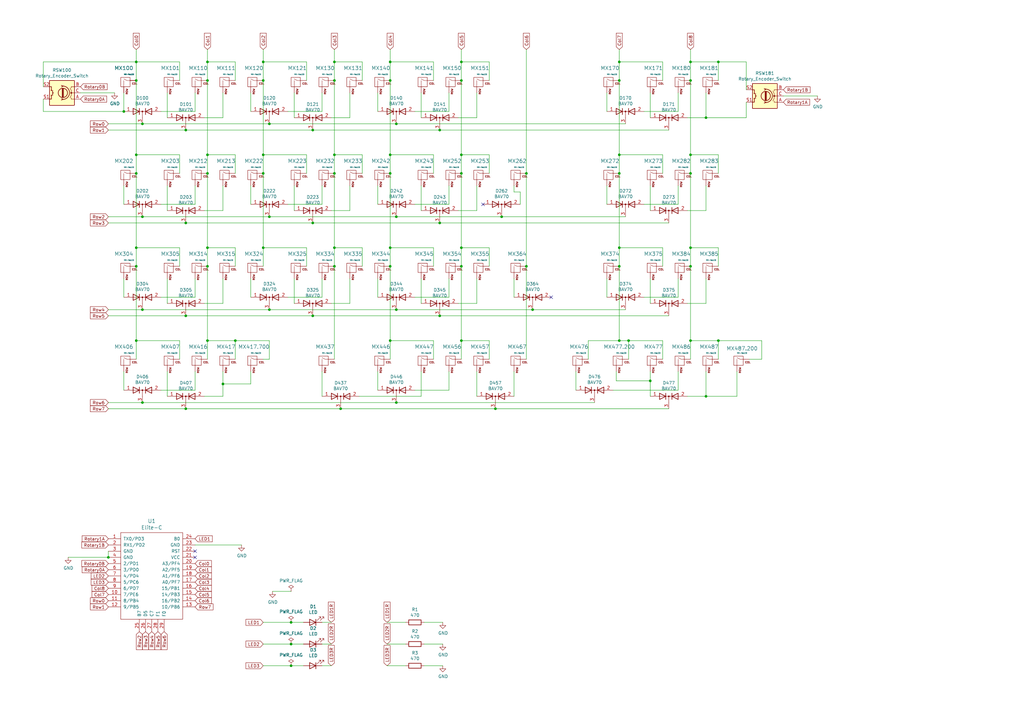
<source format=kicad_sch>
(kicad_sch (version 20230121) (generator eeschema)
  (paper "A3")
  (junction (at 254 25.4))
  (junction (at 110.49 88.9))
  (junction (at 107.95 101.6))
  (junction (at 55.88 63.5))
  (junction (at 119.38 273.05))
  (junction (at 110.49 127))
  (junction (at 283.21 139.7))
  (junction (at 294.64 25.4))
  (junction (at 85.09 63.5))
  (junction (at 160.02 71.12))
  (junction (at 85.09 109.22))
  (junction (at 189.23 71.12))
  (junction (at 137.16 109.22))
  (junction (at 91.44 157.48))
  (junction (at 203.2 167.64))
  (junction (at 189.23 33.02))
  (junction (at 162.56 50.8))
  (junction (at 107.95 63.5))
  (junction (at 119.38 264.16))
  (junction (at 160.02 139.7))
  (junction (at 257.81 139.7))
  (junction (at 85.09 33.02))
  (junction (at 218.44 127))
  (junction (at 180.34 91.44))
  (junction (at 107.95 71.12))
  (junction (at 58.42 50.8))
  (junction (at 119.38 255.27))
  (junction (at 254 139.7))
  (junction (at 215.9 71.12))
  (junction (at 283.21 71.12))
  (junction (at 85.09 25.4))
  (junction (at 160.02 63.5))
  (junction (at 189.23 25.4))
  (junction (at 215.9 109.22))
  (junction (at 137.16 25.4))
  (junction (at 85.09 71.12))
  (junction (at 55.88 139.7))
  (junction (at 50.8 45.72))
  (junction (at 107.95 33.02))
  (junction (at 162.56 88.9))
  (junction (at 189.23 63.5))
  (junction (at 55.88 101.6))
  (junction (at 58.42 127))
  (junction (at 58.42 88.9))
  (junction (at 160.02 109.22))
  (junction (at 283.21 25.4))
  (junction (at 254 101.6))
  (junction (at 283.21 101.6))
  (junction (at 254 63.5))
  (junction (at 189.23 101.6))
  (junction (at 160.02 33.02))
  (junction (at 128.27 129.54))
  (junction (at 254 71.12))
  (junction (at 137.16 101.6))
  (junction (at 137.16 71.12))
  (junction (at 55.88 109.22))
  (junction (at 205.74 88.9))
  (junction (at 289.56 48.26))
  (junction (at 55.88 25.4))
  (junction (at 44.45 228.6))
  (junction (at 160.02 101.6))
  (junction (at 294.64 139.7))
  (junction (at 283.21 63.5))
  (junction (at 180.34 129.54))
  (junction (at 76.2 91.44))
  (junction (at 110.49 50.8))
  (junction (at 283.21 33.02))
  (junction (at 55.88 71.12))
  (junction (at 76.2 129.54))
  (junction (at 128.27 91.44))
  (junction (at 160.02 25.4))
  (junction (at 76.2 167.64))
  (junction (at 289.56 162.56))
  (junction (at 254 109.22))
  (junction (at 58.42 165.1))
  (junction (at 85.09 101.6))
  (junction (at 76.2 53.34))
  (junction (at 189.23 139.7))
  (junction (at 189.23 109.22))
  (junction (at 55.88 33.02))
  (junction (at 139.7 167.64))
  (junction (at 137.16 63.5))
  (junction (at 254 33.02))
  (junction (at 180.34 53.34))
  (junction (at 137.16 33.02))
  (junction (at 128.27 53.34))
  (junction (at 107.95 25.4))
  (junction (at 283.21 109.22))
  (junction (at 266.7 156.21))
  (junction (at 162.56 165.1))
  (junction (at 162.56 127))
  (junction (at 96.52 139.7))
  (junction (at 85.09 139.7))
  (no_connect (at 226.06 121.92))
  (no_connect (at 80.01 226.06))
  (no_connect (at 80.01 228.6))
  (no_connect (at 198.12 83.82))
  (wire (pts (xy 85.09 33.02) (xy 85.09 63.5)))
  (wire (pts (xy 17.78 25.4) (xy 55.88 25.4)))
  (wire (pts (xy 189.23 139.7) (xy 189.23 147.32)))
  (wire (pts (xy 137.16 101.6) (xy 137.16 109.22)))
  (wire (pts (xy 91.44 124.46) (xy 83.82 124.46)))
  (wire (pts (xy 102.87 157.48) (xy 91.44 157.48)))
  (wire (pts (xy 76.2 91.44) (xy 128.27 91.44)))
  (wire (pts (xy 172.72 114.3) (xy 172.72 124.46)))
  (wire (pts (xy 55.88 139.7) (xy 73.66 139.7)))
  (wire (pts (xy 184.15 38.1) (xy 184.15 45.72)))
  (wire (pts (xy 172.72 38.1) (xy 172.72 48.26)))
  (wire (pts (xy 283.21 139.7) (xy 283.21 147.32)))
  (wire (pts (xy 73.66 25.4) (xy 73.66 33.02)))
  (wire (pts (xy 306.07 48.26) (xy 289.56 48.26)))
  (wire (pts (xy 160.02 33.02) (xy 160.02 63.5)))
  (wire (pts (xy 252.73 152.4) (xy 252.73 156.21)))
  (wire (pts (xy 44.45 127) (xy 58.42 127)))
  (wire (pts (xy 158.75 255.27) (xy 166.37 255.27)))
  (wire (pts (xy 172.72 162.56) (xy 147.32 162.56)))
  (wire (pts (xy 294.64 25.4) (xy 306.07 25.4)))
  (wire (pts (xy 143.51 38.1) (xy 143.51 48.26)))
  (wire (pts (xy 119.38 273.05) (xy 107.95 273.05)))
  (wire (pts (xy 80.01 152.4) (xy 80.01 160.02)))
  (wire (pts (xy 99.06 223.52) (xy 80.01 223.52)))
  (wire (pts (xy 107.95 20.32) (xy 107.95 25.4)))
  (wire (pts (xy 274.32 129.54) (xy 180.34 129.54)))
  (wire (pts (xy 189.23 101.6) (xy 189.23 109.22)))
  (wire (pts (xy 91.44 114.3) (xy 91.44 124.46)))
  (wire (pts (xy 278.13 76.2) (xy 278.13 83.82)))
  (wire (pts (xy 271.78 139.7) (xy 271.78 147.32)))
  (wire (pts (xy 180.34 91.44) (xy 128.27 91.44)))
  (wire (pts (xy 143.51 48.26) (xy 135.89 48.26)))
  (wire (pts (xy 154.94 38.1) (xy 154.94 45.72)))
  (wire (pts (xy 160.02 63.5) (xy 177.8 63.5)))
  (wire (pts (xy 289.56 162.56) (xy 281.94 162.56)))
  (wire (pts (xy 306.07 25.4) (xy 306.07 36.83)))
  (wire (pts (xy 278.13 121.92) (xy 264.16 121.92)))
  (wire (pts (xy 266.7 114.3) (xy 266.7 124.46)))
  (wire (pts (xy 107.95 63.5) (xy 107.95 71.12)))
  (wire (pts (xy 110.49 147.32) (xy 107.95 147.32)))
  (wire (pts (xy 184.15 76.2) (xy 184.15 83.82)))
  (wire (pts (xy 107.95 71.12) (xy 107.95 101.6)))
  (wire (pts (xy 283.21 101.6) (xy 294.64 101.6)))
  (wire (pts (xy 200.66 101.6) (xy 200.66 109.22)))
  (wire (pts (xy 266.7 76.2) (xy 266.7 86.36)))
  (wire (pts (xy 278.13 45.72) (xy 264.16 45.72)))
  (wire (pts (xy 96.52 101.6) (xy 96.52 109.22)))
  (wire (pts (xy 137.16 20.32) (xy 137.16 25.4)))
  (wire (pts (xy 58.42 50.8) (xy 110.49 50.8)))
  (wire (pts (xy 102.87 114.3) (xy 102.87 121.92)))
  (wire (pts (xy 80.01 45.72) (xy 66.04 45.72)))
  (wire (pts (xy 55.88 63.5) (xy 55.88 71.12)))
  (wire (pts (xy 184.15 114.3) (xy 184.15 121.92)))
  (wire (pts (xy 76.2 167.64) (xy 139.7 167.64)))
  (wire (pts (xy 85.09 25.4) (xy 85.09 33.02)))
  (wire (pts (xy 44.45 53.34) (xy 76.2 53.34)))
  (wire (pts (xy 248.92 114.3) (xy 248.92 121.92)))
  (wire (pts (xy 125.73 25.4) (xy 125.73 33.02)))
  (wire (pts (xy 271.78 63.5) (xy 271.78 71.12)))
  (wire (pts (xy 137.16 25.4) (xy 137.16 33.02)))
  (wire (pts (xy 189.23 25.4) (xy 200.66 25.4)))
  (wire (pts (xy 283.21 33.02) (xy 283.21 63.5)))
  (wire (pts (xy 184.15 83.82) (xy 170.18 83.82)))
  (wire (pts (xy 73.66 139.7) (xy 73.66 147.32)))
  (wire (pts (xy 68.58 38.1) (xy 68.58 48.26)))
  (wire (pts (xy 55.88 101.6) (xy 55.88 109.22)))
  (wire (pts (xy 321.31 39.37) (xy 335.28 39.37)))
  (wire (pts (xy 195.58 152.4) (xy 195.58 162.56)))
  (wire (pts (xy 55.88 101.6) (xy 73.66 101.6)))
  (wire (pts (xy 160.02 101.6) (xy 160.02 109.22)))
  (wire (pts (xy 58.42 127) (xy 110.49 127)))
  (wire (pts (xy 254 139.7) (xy 241.3 139.7)))
  (wire (pts (xy 177.8 101.6) (xy 177.8 109.22)))
  (wire (pts (xy 80.01 83.82) (xy 66.04 83.82)))
  (wire (pts (xy 44.45 167.64) (xy 76.2 167.64)))
  (wire (pts (xy 85.09 63.5) (xy 85.09 71.12)))
  (wire (pts (xy 120.65 76.2) (xy 120.65 86.36)))
  (wire (pts (xy 162.56 165.1) (xy 243.84 165.1)))
  (wire (pts (xy 195.58 38.1) (xy 195.58 48.26)))
  (wire (pts (xy 132.08 76.2) (xy 132.08 83.82)))
  (wire (pts (xy 137.16 63.5) (xy 148.59 63.5)))
  (wire (pts (xy 158.75 264.16) (xy 166.37 264.16)))
  (wire (pts (xy 50.8 152.4) (xy 50.8 160.02)))
  (wire (pts (xy 195.58 86.36) (xy 187.96 86.36)))
  (wire (pts (xy 148.59 63.5) (xy 148.59 71.12)))
  (wire (pts (xy 236.22 152.4) (xy 236.22 160.02)))
  (wire (pts (xy 189.23 25.4) (xy 189.23 33.02)))
  (wire (pts (xy 107.95 25.4) (xy 107.95 33.02)))
  (wire (pts (xy 55.88 20.32) (xy 55.88 25.4)))
  (wire (pts (xy 80.01 121.92) (xy 66.04 121.92)))
  (wire (pts (xy 76.2 129.54) (xy 128.27 129.54)))
  (wire (pts (xy 91.44 38.1) (xy 91.44 48.26)))
  (wire (pts (xy 85.09 71.12) (xy 85.09 101.6)))
  (wire (pts (xy 274.32 53.34) (xy 180.34 53.34)))
  (wire (pts (xy 137.16 71.12) (xy 137.16 101.6)))
  (wire (pts (xy 162.56 88.9) (xy 110.49 88.9)))
  (wire (pts (xy 85.09 109.22) (xy 85.09 139.7)))
  (wire (pts (xy 17.78 35.56) (xy 17.78 25.4)))
  (wire (pts (xy 215.9 71.12) (xy 215.9 109.22)))
  (wire (pts (xy 132.08 121.92) (xy 118.11 121.92)))
  (wire (pts (xy 283.21 139.7) (xy 294.64 139.7)))
  (wire (pts (xy 80.01 160.02) (xy 66.04 160.02)))
  (wire (pts (xy 307.34 147.32) (xy 312.42 147.32)))
  (wire (pts (xy 107.95 33.02) (xy 107.95 63.5)))
  (wire (pts (xy 278.13 114.3) (xy 278.13 121.92)))
  (wire (pts (xy 119.38 264.16) (xy 124.46 264.16)))
  (wire (pts (xy 189.23 63.5) (xy 200.66 63.5)))
  (wire (pts (xy 210.82 114.3) (xy 210.82 121.92)))
  (wire (pts (xy 184.15 160.02) (xy 170.18 160.02)))
  (wire (pts (xy 96.52 25.4) (xy 96.52 33.02)))
  (wire (pts (xy 289.56 38.1) (xy 289.56 48.26)))
  (wire (pts (xy 189.23 139.7) (xy 200.66 139.7)))
  (wire (pts (xy 120.65 114.3) (xy 120.65 124.46)))
  (wire (pts (xy 44.45 50.8) (xy 58.42 50.8)))
  (wire (pts (xy 160.02 139.7) (xy 160.02 147.32)))
  (wire (pts (xy 160.02 109.22) (xy 160.02 139.7)))
  (wire (pts (xy 50.8 38.1) (xy 50.8 45.72)))
  (wire (pts (xy 160.02 71.12) (xy 160.02 101.6)))
  (wire (pts (xy 143.51 76.2) (xy 143.51 86.36)))
  (wire (pts (xy 137.16 33.02) (xy 137.16 63.5)))
  (wire (pts (xy 254 63.5) (xy 254 71.12)))
  (wire (pts (xy 162.56 50.8) (xy 256.54 50.8)))
  (wire (pts (xy 210.82 152.4) (xy 210.82 162.56)))
  (wire (pts (xy 96.52 139.7) (xy 96.52 147.32)))
  (wire (pts (xy 44.45 88.9) (xy 58.42 88.9)))
  (wire (pts (xy 143.51 86.36) (xy 135.89 86.36)))
  (wire (pts (xy 254 101.6) (xy 254 109.22)))
  (wire (pts (xy 205.74 88.9) (xy 162.56 88.9)))
  (wire (pts (xy 85.09 20.32) (xy 85.09 25.4)))
  (wire (pts (xy 184.15 121.92) (xy 170.18 121.92)))
  (wire (pts (xy 254 63.5) (xy 271.78 63.5)))
  (wire (pts (xy 119.38 273.05) (xy 124.46 273.05)))
  (wire (pts (xy 266.7 152.4) (xy 266.7 156.21)))
  (wire (pts (xy 215.9 109.22) (xy 215.9 147.32)))
  (wire (pts (xy 189.23 109.22) (xy 189.23 139.7)))
  (wire (pts (xy 85.09 63.5) (xy 96.52 63.5)))
  (wire (pts (xy 294.64 63.5) (xy 294.64 71.12)))
  (wire (pts (xy 107.95 101.6) (xy 107.95 109.22)))
  (wire (pts (xy 154.94 114.3) (xy 154.94 121.92)))
  (wire (pts (xy 125.73 63.5) (xy 125.73 71.12)))
  (wire (pts (xy 55.88 109.22) (xy 55.88 139.7)))
  (wire (pts (xy 44.45 165.1) (xy 58.42 165.1)))
  (wire (pts (xy 125.73 101.6) (xy 125.73 109.22)))
  (wire (pts (xy 44.45 226.06) (xy 44.45 228.6)))
  (wire (pts (xy 177.8 25.4) (xy 177.8 33.02)))
  (wire (pts (xy 102.87 76.2) (xy 102.87 83.82)))
  (wire (pts (xy 213.36 78.74) (xy 213.36 83.82)))
  (wire (pts (xy 55.88 71.12) (xy 55.88 101.6)))
  (wire (pts (xy 278.13 83.82) (xy 264.16 83.82)))
  (wire (pts (xy 241.3 139.7) (xy 241.3 147.32)))
  (wire (pts (xy 252.73 156.21) (xy 266.7 156.21)))
  (wire (pts (xy 160.02 25.4) (xy 160.02 33.02)))
  (wire (pts (xy 137.16 63.5) (xy 137.16 71.12)))
  (wire (pts (xy 254 71.12) (xy 254 101.6)))
  (wire (pts (xy 85.09 101.6) (xy 96.52 101.6)))
  (wire (pts (xy 158.75 273.05) (xy 166.37 273.05)))
  (wire (pts (xy 154.94 76.2) (xy 154.94 83.82)))
  (wire (pts (xy 283.21 109.22) (xy 283.21 139.7)))
  (wire (pts (xy 289.56 114.3) (xy 289.56 124.46)))
  (wire (pts (xy 80.01 38.1) (xy 80.01 45.72)))
  (wire (pts (xy 294.64 139.7) (xy 294.64 147.32)))
  (wire (pts (xy 154.94 152.4) (xy 154.94 160.02)))
  (wire (pts (xy 132.08 38.1) (xy 132.08 45.72)))
  (wire (pts (xy 139.7 167.64) (xy 203.2 167.64)))
  (wire (pts (xy 254 109.22) (xy 254 139.7)))
  (wire (pts (xy 160.02 101.6) (xy 177.8 101.6)))
  (wire (pts (xy 91.44 48.26) (xy 83.82 48.26)))
  (wire (pts (xy 257.81 139.7) (xy 257.81 147.32)))
  (wire (pts (xy 68.58 114.3) (xy 68.58 124.46)))
  (wire (pts (xy 177.8 139.7) (xy 177.8 147.32)))
  (wire (pts (xy 102.87 152.4) (xy 102.87 157.48)))
  (wire (pts (xy 271.78 101.6) (xy 271.78 109.22)))
  (wire (pts (xy 215.9 20.32) (xy 215.9 71.12)))
  (wire (pts (xy 91.44 76.2) (xy 91.44 86.36)))
  (wire (pts (xy 85.09 139.7) (xy 96.52 139.7)))
  (wire (pts (xy 162.56 127) (xy 218.44 127)))
  (wire (pts (xy 189.23 20.32) (xy 189.23 25.4)))
  (wire (pts (xy 184.15 152.4) (xy 184.15 160.02)))
  (wire (pts (xy 148.59 101.6) (xy 148.59 109.22)))
  (wire (pts (xy 254 20.32) (xy 254 25.4)))
  (wire (pts (xy 110.49 139.7) (xy 110.49 147.32)))
  (wire (pts (xy 283.21 71.12) (xy 283.21 101.6)))
  (wire (pts (xy 107.95 264.16) (xy 119.38 264.16)))
  (wire (pts (xy 160.02 20.32) (xy 160.02 25.4)))
  (wire (pts (xy 210.82 76.2) (xy 210.82 78.74)))
  (wire (pts (xy 254 25.4) (xy 271.78 25.4)))
  (wire (pts (xy 44.45 129.54) (xy 76.2 129.54)))
  (wire (pts (xy 177.8 63.5) (xy 177.8 71.12)))
  (wire (pts (xy 173.99 264.16) (xy 181.61 264.16)))
  (wire (pts (xy 283.21 25.4) (xy 294.64 25.4)))
  (wire (pts (xy 283.21 63.5) (xy 283.21 71.12)))
  (wire (pts (xy 172.72 76.2) (xy 172.72 86.36)))
  (wire (pts (xy 180.34 53.34) (xy 128.27 53.34)))
  (wire (pts (xy 218.44 127) (xy 256.54 127)))
  (wire (pts (xy 289.56 76.2) (xy 289.56 86.36)))
  (wire (pts (xy 132.08 273.05) (xy 135.89 273.05)))
  (wire (pts (xy 248.92 76.2) (xy 248.92 83.82)))
  (wire (pts (xy 132.08 264.16) (xy 135.89 264.16)))
  (wire (pts (xy 254 139.7) (xy 257.81 139.7)))
  (wire (pts (xy 173.99 273.05) (xy 181.61 273.05)))
  (wire (pts (xy 173.99 255.27) (xy 181.61 255.27)))
  (wire (pts (xy 91.44 152.4) (xy 91.44 157.48)))
  (wire (pts (xy 76.2 53.34) (xy 128.27 53.34)))
  (wire (pts (xy 200.66 25.4) (xy 200.66 33.02)))
  (wire (pts (xy 283.21 25.4) (xy 283.21 33.02)))
  (wire (pts (xy 205.74 88.9) (xy 256.54 88.9)))
  (wire (pts (xy 50.8 76.2) (xy 50.8 83.82)))
  (wire (pts (xy 283.21 101.6) (xy 283.21 109.22)))
  (wire (pts (xy 294.64 25.4) (xy 294.64 33.02)))
  (wire (pts (xy 55.88 33.02) (xy 55.88 63.5)))
  (wire (pts (xy 132.08 83.82) (xy 118.11 83.82)))
  (wire (pts (xy 254 25.4) (xy 254 33.02)))
  (wire (pts (xy 132.08 45.72) (xy 118.11 45.72)))
  (wire (pts (xy 294.64 101.6) (xy 294.64 109.22)))
  (wire (pts (xy 102.87 38.1) (xy 102.87 45.72)))
  (wire (pts (xy 50.8 114.3) (xy 50.8 121.92)))
  (wire (pts (xy 107.95 101.6) (xy 125.73 101.6)))
  (wire (pts (xy 55.88 139.7) (xy 55.88 147.32)))
  (wire (pts (xy 50.8 45.72) (xy 17.78 45.72)))
  (wire (pts (xy 80.01 114.3) (xy 80.01 121.92)))
  (wire (pts (xy 120.65 38.1) (xy 120.65 48.26)))
  (wire (pts (xy 180.34 129.54) (xy 128.27 129.54)))
  (wire (pts (xy 85.09 101.6) (xy 85.09 109.22)))
  (wire (pts (xy 203.2 167.64) (xy 274.32 167.64)))
  (wire (pts (xy 135.89 255.27) (xy 132.08 255.27)))
  (wire (pts (xy 271.78 25.4) (xy 271.78 33.02)))
  (wire (pts (xy 111.76 242.57) (xy 119.38 242.57)))
  (wire (pts (xy 189.23 101.6) (xy 200.66 101.6)))
  (wire (pts (xy 189.23 33.02) (xy 189.23 63.5)))
  (wire (pts (xy 306.07 41.91) (xy 306.07 48.26)))
  (wire (pts (xy 162.56 50.8) (xy 110.49 50.8)))
  (wire (pts (xy 132.08 152.4) (xy 132.08 162.56)))
  (wire (pts (xy 58.42 165.1) (xy 162.56 165.1)))
  (wire (pts (xy 257.81 139.7) (xy 271.78 139.7)))
  (wire (pts (xy 184.15 45.72) (xy 170.18 45.72)))
  (wire (pts (xy 33.02 38.1) (xy 46.99 38.1)))
  (wire (pts (xy 80.01 76.2) (xy 80.01 83.82)))
  (wire (pts (xy 68.58 152.4) (xy 68.58 162.56)))
  (wire (pts (xy 289.56 124.46) (xy 281.94 124.46)))
  (wire (pts (xy 27.94 228.6) (xy 44.45 228.6)))
  (wire (pts (xy 132.08 114.3) (xy 132.08 121.92)))
  (wire (pts (xy 68.58 76.2) (xy 68.58 86.36)))
  (wire (pts (xy 160.02 25.4) (xy 177.8 25.4)))
  (wire (pts (xy 160.02 63.5) (xy 160.02 71.12)))
  (wire (pts (xy 278.13 38.1) (xy 278.13 45.72)))
  (wire (pts (xy 148.59 25.4) (xy 148.59 33.02)))
  (wire (pts (xy 189.23 63.5) (xy 189.23 71.12)))
  (wire (pts (xy 160.02 139.7) (xy 177.8 139.7)))
  (wire (pts (xy 274.32 91.44) (xy 180.34 91.44)))
  (wire (pts (xy 137.16 101.6) (xy 148.59 101.6)))
  (wire (pts (xy 143.51 114.3) (xy 143.51 124.46)))
  (wire (pts (xy 73.66 63.5) (xy 73.66 71.12)))
  (wire (pts (xy 124.46 255.27) (xy 119.38 255.27)))
  (wire (pts (xy 251.46 160.02) (xy 278.13 160.02)))
  (wire (pts (xy 195.58 76.2) (xy 195.58 86.36)))
  (wire (pts (xy 289.56 48.26) (xy 281.94 48.26)))
  (wire (pts (xy 91.44 86.36) (xy 83.82 86.36)))
  (wire (pts (xy 254 33.02) (xy 254 63.5)))
  (wire (pts (xy 266.7 156.21) (xy 266.7 162.56)))
  (wire (pts (xy 302.26 152.4) (xy 302.26 162.56)))
  (wire (pts (xy 172.72 152.4) (xy 172.72 162.56)))
  (wire (pts (xy 254 101.6) (xy 271.78 101.6)))
  (wire (pts (xy 85.09 25.4) (xy 96.52 25.4)))
  (wire (pts (xy 137.16 25.4) (xy 148.59 25.4)))
  (wire (pts (xy 283.21 63.5) (xy 294.64 63.5)))
  (wire (pts (xy 278.13 152.4) (xy 278.13 160.02)))
  (wire (pts (xy 55.88 25.4) (xy 73.66 25.4)))
  (wire (pts (xy 195.58 48.26) (xy 187.96 48.26)))
  (wire (pts (xy 44.45 91.44) (xy 76.2 91.44)))
  (wire (pts (xy 17.78 45.72) (xy 17.78 40.64)))
  (wire (pts (xy 107.95 63.5) (xy 125.73 63.5)))
  (wire (pts (xy 96.52 139.7) (xy 110.49 139.7)))
  (wire (pts (xy 195.58 124.46) (xy 187.96 124.46)))
  (wire (pts (xy 119.38 255.27) (xy 107.95 255.27)))
  (wire (pts (xy 73.66 101.6) (xy 73.66 109.22)))
  (wire (pts (xy 312.42 139.7) (xy 294.64 139.7)))
  (wire (pts (xy 210.82 78.74) (xy 213.36 78.74)))
  (wire (pts (xy 58.42 88.9) (xy 110.49 88.9)))
  (wire (pts (xy 55.88 63.5) (xy 73.66 63.5)))
  (wire (pts (xy 162.56 127) (xy 110.49 127)))
  (wire (pts (xy 55.88 25.4) (xy 55.88 33.02)))
  (wire (pts (xy 107.95 25.4) (xy 125.73 25.4)))
  (wire (pts (xy 248.92 38.1) (xy 248.92 45.72)))
  (wire (pts (xy 302.26 162.56) (xy 289.56 162.56)))
  (wire (pts (xy 195.58 114.3) (xy 195.58 124.46)))
  (wire (pts (xy 283.21 20.32) (xy 283.21 25.4)))
  (wire (pts (xy 85.09 139.7) (xy 85.09 147.32)))
  (wire (pts (xy 96.52 63.5) (xy 96.52 71.12)))
  (wire (pts (xy 91.44 157.48) (xy 91.44 162.56)))
  (wire (pts (xy 200.66 63.5) (xy 200.66 71.12)))
  (wire (pts (xy 200.66 139.7) (xy 200.66 147.32)))
  (wire (pts (xy 143.51 124.46) (xy 135.89 124.46)))
  (wire (pts (xy 266.7 38.1) (xy 266.7 48.26)))
  (wire (pts (xy 189.23 71.12) (xy 189.23 101.6)))
  (wire (pts (xy 91.44 162.56) (xy 83.82 162.56)))
  (wire (pts (xy 137.16 109.22) (xy 137.16 147.32)))
  (wire (pts (xy 312.42 147.32) (xy 312.42 139.7)))
  (wire (pts (xy 289.56 152.4) (xy 289.56 162.56)))
  (wire (pts (xy 289.56 86.36) (xy 281.94 86.36)))
  (global_label "Row3" (shape input) (at 44.45 91.44 180) (property "Intersheetrefs" "${INTERSHEET_REFS}" (effects hide)))
  (global_label "LED3" (shape input) (at 107.95 273.05 180) (property "Intersheetrefs" "${INTERSHEET_REFS}" (effects hide)))
  (global_label "Row5" (shape input) (at 44.45 129.54 180) (property "Intersheetrefs" "${INTERSHEET_REFS}" (effects hide)))
  (global_label "Col3" (shape input) (at 80.01 238.76 0) (property "Intersheetrefs" "${INTERSHEET_REFS}" (effects hide)))
  (global_label "LED2R" (shape input) (at 158.75 264.16 90) (property "Intersheetrefs" "${INTERSHEET_REFS}" (effects hide)))
  (global_label "Rotary1B" (shape input) (at 44.45 223.52 180) (property "Intersheetrefs" "${INTERSHEET_REFS}" (effects hide)))
  (global_label "Row1" (shape input) (at 44.45 53.34 180) (property "Intersheetrefs" "${INTERSHEET_REFS}" (effects hide)))
  (global_label "LED2R" (shape input) (at 135.89 264.16 90) (property "Intersheetrefs" "${INTERSHEET_REFS}" (effects hide)))
  (global_label "Row6" (shape input) (at 44.45 165.1 180) (property "Intersheetrefs" "${INTERSHEET_REFS}" (effects hide)))
  (global_label "LED1R" (shape input) (at 135.89 255.27 90) (property "Intersheetrefs" "${INTERSHEET_REFS}" (effects hide)))
  (global_label "Col6" (shape input) (at 80.01 246.38 0) (property "Intersheetrefs" "${INTERSHEET_REFS}" (effects hide)))
  (global_label "Row1" (shape input) (at 44.45 248.92 180) (property "Intersheetrefs" "${INTERSHEET_REFS}" (effects hide)))
  (global_label "Row0" (shape input) (at 44.45 50.8 180) (property "Intersheetrefs" "${INTERSHEET_REFS}" (effects hide)))
  (global_label "Row4" (shape input) (at 62.23 259.08 270) (property "Intersheetrefs" "${INTERSHEET_REFS}" (effects hide)))
  (global_label "Rotary0B" (shape input) (at 44.45 231.14 180) (property "Intersheetrefs" "${INTERSHEET_REFS}" (effects hide)))
  (global_label "Col0" (shape input) (at 55.88 20.32 90) (property "Intersheetrefs" "${INTERSHEET_REFS}" (effects hide)))
  (global_label "Row2" (shape input) (at 44.45 88.9 180) (property "Intersheetrefs" "${INTERSHEET_REFS}" (effects hide)))
  (global_label "LED1R" (shape input) (at 158.75 255.27 90) (property "Intersheetrefs" "${INTERSHEET_REFS}" (effects hide)))
  (global_label "Rotary1A" (shape input) (at 44.45 220.98 180) (property "Intersheetrefs" "${INTERSHEET_REFS}" (effects hide)))
  (global_label "Col8" (shape input) (at 283.21 20.32 90) (property "Intersheetrefs" "${INTERSHEET_REFS}" (effects hide)))
  (global_label "Col3" (shape input) (at 137.16 20.32 90) (property "Intersheetrefs" "${INTERSHEET_REFS}" (effects hide)))
  (global_label "Col7" (shape input) (at 254 20.32 90) (property "Intersheetrefs" "${INTERSHEET_REFS}" (effects hide)))
  (global_label "LED3" (shape input) (at 44.45 238.76 180) (property "Intersheetrefs" "${INTERSHEET_REFS}" (effects hide)))
  (global_label "LED1" (shape input) (at 80.01 220.98 0) (property "Intersheetrefs" "${INTERSHEET_REFS}" (effects hide)))
  (global_label "Col1" (shape input) (at 80.01 233.68 0) (property "Intersheetrefs" "${INTERSHEET_REFS}" (effects hide)))
  (global_label "Col1" (shape input) (at 85.09 20.32 90) (property "Intersheetrefs" "${INTERSHEET_REFS}" (effects hide)))
  (global_label "LED2" (shape input) (at 44.45 236.22 180) (property "Intersheetrefs" "${INTERSHEET_REFS}" (effects hide)))
  (global_label "Col5" (shape input) (at 80.01 243.84 0) (property "Intersheetrefs" "${INTERSHEET_REFS}" (effects hide)))
  (global_label "Row2" (shape input) (at 57.15 259.08 270) (property "Intersheetrefs" "${INTERSHEET_REFS}" (effects hide)))
  (global_label "LED2" (shape input) (at 107.95 264.16 180) (property "Intersheetrefs" "${INTERSHEET_REFS}" (effects hide)))
  (global_label "Row7" (shape input) (at 44.45 167.64 180) (property "Intersheetrefs" "${INTERSHEET_REFS}" (effects hide)))
  (global_label "Col2" (shape input) (at 107.95 20.32 90) (property "Intersheetrefs" "${INTERSHEET_REFS}" (effects hide)))
  (global_label "Col4" (shape input) (at 80.01 241.3 0) (property "Intersheetrefs" "${INTERSHEET_REFS}" (effects hide)))
  (global_label "Row4" (shape input) (at 44.45 127 180) (property "Intersheetrefs" "${INTERSHEET_REFS}" (effects hide)))
  (global_label "Row7" (shape input) (at 80.01 248.92 0) (property "Intersheetrefs" "${INTERSHEET_REFS}" (effects hide)))
  (global_label "Col0" (shape input) (at 80.01 231.14 0) (property "Intersheetrefs" "${INTERSHEET_REFS}" (effects hide)))
  (global_label "Row5" (shape input) (at 64.77 259.08 270) (property "Intersheetrefs" "${INTERSHEET_REFS}" (effects hide)))
  (global_label "Row0" (shape input) (at 44.45 246.38 180) (property "Intersheetrefs" "${INTERSHEET_REFS}" (effects hide)))
  (global_label "Rotary1B" (shape input) (at 321.31 36.83 0) (property "Intersheetrefs" "${INTERSHEET_REFS}" (effects hide)))
  (global_label "Row6" (shape input) (at 67.31 259.08 270) (property "Intersheetrefs" "${INTERSHEET_REFS}" (effects hide)))
  (global_label "Col6" (shape input) (at 215.9 20.32 90) (property "Intersheetrefs" "${INTERSHEET_REFS}" (effects hide)))
  (global_label "Col7" (shape input) (at 44.45 243.84 180) (property "Intersheetrefs" "${INTERSHEET_REFS}" (effects hide)))
  (global_label "Rotary0B" (shape input) (at 33.02 35.56 0) (property "Intersheetrefs" "${INTERSHEET_REFS}" (effects hide)))
  (global_label "Rotary0A" (shape input) (at 44.45 233.68 180) (property "Intersheetrefs" "${INTERSHEET_REFS}" (effects hide)))
  (global_label "LED1" (shape input) (at 107.95 255.27 180) (property "Intersheetrefs" "${INTERSHEET_REFS}" (effects hide)))
  (global_label "Col2" (shape input) (at 80.01 236.22 0) (property "Intersheetrefs" "${INTERSHEET_REFS}" (effects hide)))
  (global_label "Col4" (shape input) (at 160.02 20.32 90) (property "Intersheetrefs" "${INTERSHEET_REFS}" (effects hide)))
  (global_label "Rotary1A" (shape input) (at 321.31 41.91 0) (property "Intersheetrefs" "${INTERSHEET_REFS}" (effects hide)))
  (global_label "LED3R" (shape input) (at 158.75 273.05 90) (property "Intersheetrefs" "${INTERSHEET_REFS}" (effects hide)))
  (global_label "LED3R" (shape input) (at 135.89 273.05 90) (property "Intersheetrefs" "${INTERSHEET_REFS}" (effects hide)))
  (global_label "Col8" (shape input) (at 44.45 241.3 180) (property "Intersheetrefs" "${INTERSHEET_REFS}" (effects hide)))
  (global_label "Col5" (shape input) (at 189.23 20.32 90) (property "Intersheetrefs" "${INTERSHEET_REFS}" (effects hide)))
  (global_label "Rotary0A" (shape input) (at 33.02 40.64 0) (property "Intersheetrefs" "${INTERSHEET_REFS}" (effects hide)))
  (global_label "Row3" (shape input) (at 59.69 259.08 270) (property "Intersheetrefs" "${INTERSHEET_REFS}" (effects hide)))
  (symbol (lib_id "keebio:Elite-C") (at 62.23 234.95 0) (unit 1)
    (property "Reference" "U1" (at 62.23 213.6902 0) (effects (font (size 1.524 1.524))))
    (property "Value" "Elite-C" (at 62.23 216.3826 0) (effects (font (size 1.524 1.524))))
    (property "Footprint" "Keebio-Parts:Elite-C-castellated-29pin-holes" (effects hide))
  )
  (symbol (lib_id "power:GND") (at 111.76 242.57 0) (unit 1)
    (property "Reference" "#PWR0101" (effects hide))
    (property "Value" "GND" (at 111.887 246.9642 0))
  )
  (symbol (lib_id "power:PWR_FLAG") (at 119.38 242.57 0) (unit 1)
    (property "Reference" "#FLG0101" (effects hide))
    (property "Value" "PWR_FLAG" (at 119.38 238.1758 0))
  )
  (symbol (lib_id "power:PWR_FLAG") (at 119.38 255.27 0) (unit 1)
    (property "Reference" "#FLG0102" (effects hide))
    (property "Value" "PWR_FLAG" (at 119.38 250.8758 0))
  )
  (symbol (lib_id "power:PWR_FLAG") (at 119.38 264.16 0) (unit 1)
    (property "Reference" "#FLG0103" (effects hide))
    (property "Value" "PWR_FLAG" (at 119.38 259.7658 0))
  )
  (symbol (lib_id "power:PWR_FLAG") (at 119.38 273.05 0) (unit 1)
    (property "Reference" "#FLG0104" (effects hide))
    (property "Value" "PWR_FLAG" (at 119.38 268.6558 0))
  )
  (symbol (lib_id "power:GND") (at 27.94 228.6 0) (unit 1)
    (property "Reference" "#PWR0102" (effects hide))
    (property "Value" "GND" (at 28.067 232.9942 0))
  )
  (symbol (lib_id "power:GND") (at 99.06 223.52 0) (unit 1)
    (property "Reference" "#PWR0103" (effects hide))
    (property "Value" "GND" (at 99.187 227.9142 0))
  )
  (symbol (lib_id "Device:LED") (at 128.27 255.27 180) (unit 1)
    (property "Reference" "D1" (at 128.4478 248.793 0))
    (property "Value" "LED" (at 128.4478 251.1044 0))
    (property "Footprint" "LED_SMD:LED_1206_3216Metric_Pad1.42x1.75mm_HandSolder" (effects hide))
  )
  (symbol (lib_id "Device:LED") (at 128.27 264.16 180) (unit 1)
    (property "Reference" "D2" (at 128.4478 257.683 0))
    (property "Value" "LED" (at 128.4478 259.9944 0))
    (property "Footprint" "LED_SMD:LED_1206_3216Metric_Pad1.42x1.75mm_HandSolder" (effects hide))
  )
  (symbol (lib_id "Device:LED") (at 128.27 273.05 180) (unit 1)
    (property "Reference" "D3" (at 128.4478 266.573 0))
    (property "Value" "LED" (at 128.4478 268.8844 0))
    (property "Footprint" "LED_SMD:LED_1206_3216Metric_Pad1.42x1.75mm_HandSolder" (effects hide))
  )
  (symbol (lib_id "MX_Alps_Hybrid:MX-NoLED") (at 52.07 34.29 0) (unit 1)
    (property "Reference" "MX100" (at 50.8 27.94 0) (effects (font (size 1.524 1.524))))
    (property "Value" "MX-NoLED" (at 52.9082 30.5054 0) (effects (font (size 0.508 0.508))))
    (property "Footprint" "MX_Only:MXOnly-1U-NoLED" (effects hide))
  )
  (symbol (lib_id "MX_Alps_Hybrid:MX-NoLED") (at 69.85 34.29 0) (unit 1)
    (property "Reference" "MX101" (at 69.85 27.94 0) (effects (font (size 1.524 1.524))))
    (property "Value" "MX-NoLED" (at 70.6882 30.5054 0) (effects (font (size 0.508 0.508))))
    (property "Footprint" "MX_Only:MXOnly-1U-NoLED" (effects hide))
  )
  (symbol (lib_id "Diode:BAV70") (at 58.42 45.72 0) (unit 1)
    (property "Reference" "D100" (at 58.42 40.2082 0))
    (property "Value" "BAV70" (at 58.42 42.5196 0))
    (property "Footprint" "Keebio-Parts:SOT-23_Handsoldering" (effects hide))
    (property "Datasheet" "https://assets.nexperia.com/documents/data-sheet/BAV70_SER.pdf" (effects hide))
  )
  (symbol (lib_id "Diode:BAV70") (at 76.2 48.26 0) (unit 1)
    (property "Reference" "D101" (at 76.2 42.7482 0))
    (property "Value" "BAV70" (at 76.2 45.0596 0))
    (property "Footprint" "Keebio-Parts:SOT-23_Handsoldering" (effects hide))
    (property "Datasheet" "https://assets.nexperia.com/documents/data-sheet/BAV70_SER.pdf" (effects hide))
  )
  (symbol (lib_id "MX_Alps_Hybrid:MX-NoLED") (at 81.28 34.29 0) (unit 1)
    (property "Reference" "MX110" (at 81.28 27.94 0) (effects (font (size 1.524 1.524))))
    (property "Value" "MX-NoLED" (at 82.1182 30.5054 0) (effects (font (size 0.508 0.508))))
    (property "Footprint" "MX_Only:MXOnly-1U-NoLED" (effects hide))
  )
  (symbol (lib_id "MX_Alps_Hybrid:MX-NoLED") (at 92.71 34.29 0) (unit 1)
    (property "Reference" "MX111" (at 92.71 27.94 0) (effects (font (size 1.524 1.524))))
    (property "Value" "MX-NoLED" (at 93.5482 30.5054 0) (effects (font (size 0.508 0.508))))
    (property "Footprint" "MX_Only:MXOnly-1U-NoLED" (effects hide))
  )
  (symbol (lib_id "MX_Alps_Hybrid:MX-NoLED") (at 104.14 34.29 0) (unit 1)
    (property "Reference" "MX120" (at 104.14 27.94 0) (effects (font (size 1.524 1.524))))
    (property "Value" "MX-NoLED" (at 104.9782 30.5054 0) (effects (font (size 0.508 0.508))))
    (property "Footprint" "MX_Only:MXOnly-1U-NoLED" (effects hide))
  )
  (symbol (lib_id "MX_Alps_Hybrid:MX-NoLED") (at 121.92 34.29 0) (unit 1)
    (property "Reference" "MX121" (at 121.92 27.94 0) (effects (font (size 1.524 1.524))))
    (property "Value" "MX-NoLED" (at 122.7582 30.5054 0) (effects (font (size 0.508 0.508))))
    (property "Footprint" "MX_Only:MXOnly-1U-NoLED" (effects hide))
  )
  (symbol (lib_id "Diode:BAV70") (at 110.49 45.72 0) (unit 1)
    (property "Reference" "D120" (at 110.49 40.2082 0))
    (property "Value" "BAV70" (at 110.49 42.5196 0))
    (property "Footprint" "Keebio-Parts:SOT-23_Handsoldering" (effects hide))
    (property "Datasheet" "https://assets.nexperia.com/documents/data-sheet/BAV70_SER.pdf" (effects hide))
  )
  (symbol (lib_id "Diode:BAV70") (at 128.27 48.26 0) (unit 1)
    (property "Reference" "D121" (at 128.27 42.7482 0))
    (property "Value" "BAV70" (at 128.27 45.0596 0))
    (property "Footprint" "Keebio-Parts:SOT-23_Handsoldering" (effects hide))
    (property "Datasheet" "https://assets.nexperia.com/documents/data-sheet/BAV70_SER.pdf" (effects hide))
  )
  (symbol (lib_id "MX_Alps_Hybrid:MX-NoLED") (at 133.35 34.29 0) (unit 1)
    (property "Reference" "MX130" (at 133.35 27.94 0) (effects (font (size 1.524 1.524))))
    (property "Value" "MX-NoLED" (at 134.1882 30.5054 0) (effects (font (size 0.508 0.508))))
    (property "Footprint" "MX_Only:MXOnly-1U-NoLED" (effects hide))
  )
  (symbol (lib_id "MX_Alps_Hybrid:MX-NoLED") (at 144.78 34.29 0) (unit 1)
    (property "Reference" "MX131" (at 144.78 27.94 0) (effects (font (size 1.524 1.524))))
    (property "Value" "MX-NoLED" (at 145.6182 30.5054 0) (effects (font (size 0.508 0.508))))
    (property "Footprint" "MX_Only:MXOnly-1U-NoLED" (effects hide))
  )
  (symbol (lib_id "MX_Alps_Hybrid:MX-NoLED") (at 156.21 34.29 0) (unit 1)
    (property "Reference" "MX140" (at 156.21 27.94 0) (effects (font (size 1.524 1.524))))
    (property "Value" "MX-NoLED" (at 157.0482 30.5054 0) (effects (font (size 0.508 0.508))))
    (property "Footprint" "MX_Only:MXOnly-1U-NoLED" (effects hide))
  )
  (symbol (lib_id "MX_Alps_Hybrid:MX-NoLED") (at 173.99 34.29 0) (unit 1)
    (property "Reference" "MX141" (at 173.99 27.94 0) (effects (font (size 1.524 1.524))))
    (property "Value" "MX-NoLED" (at 174.8282 30.5054 0) (effects (font (size 0.508 0.508))))
    (property "Footprint" "MX_Only:MXOnly-1U-NoLED" (effects hide))
  )
  (symbol (lib_id "Diode:BAV70") (at 162.56 45.72 0) (unit 1)
    (property "Reference" "D140" (at 162.56 40.2082 0))
    (property "Value" "BAV70" (at 162.56 42.5196 0))
    (property "Footprint" "Keebio-Parts:SOT-23_Handsoldering" (effects hide))
    (property "Datasheet" "https://assets.nexperia.com/documents/data-sheet/BAV70_SER.pdf" (effects hide))
  )
  (symbol (lib_id "Diode:BAV70") (at 180.34 48.26 0) (unit 1)
    (property "Reference" "D141" (at 180.34 42.7482 0))
    (property "Value" "BAV70" (at 180.34 45.0596 0))
    (property "Footprint" "Keebio-Parts:SOT-23_Handsoldering" (effects hide))
    (property "Datasheet" "https://assets.nexperia.com/documents/data-sheet/BAV70_SER.pdf" (effects hide))
  )
  (symbol (lib_id "MX_Alps_Hybrid:MX-NoLED") (at 185.42 34.29 0) (unit 1)
    (property "Reference" "MX150" (at 185.42 27.94 0) (effects (font (size 1.524 1.524))))
    (property "Value" "MX-NoLED" (at 186.2582 30.5054 0) (effects (font (size 0.508 0.508))))
    (property "Footprint" "MX_Only:MXOnly-1U-NoLED" (effects hide))
  )
  (symbol (lib_id "MX_Alps_Hybrid:MX-NoLED") (at 196.85 34.29 0) (unit 1)
    (property "Reference" "MX151" (at 196.85 27.94 0) (effects (font (size 1.524 1.524))))
    (property "Value" "MX-NoLED" (at 197.6882 30.5054 0) (effects (font (size 0.508 0.508))))
    (property "Footprint" "MX_Only:MXOnly-1U-NoLED" (effects hide))
  )
  (symbol (lib_id "MX_Alps_Hybrid:MX-NoLED") (at 250.19 34.29 0) (unit 1)
    (property "Reference" "MX170" (at 250.19 27.94 0) (effects (font (size 1.524 1.524))))
    (property "Value" "MX-NoLED" (at 251.0282 30.5054 0) (effects (font (size 0.508 0.508))))
    (property "Footprint" "MX_Only:MXOnly-1U-NoLED" (effects hide))
  )
  (symbol (lib_id "MX_Alps_Hybrid:MX-NoLED") (at 267.97 34.29 0) (unit 1)
    (property "Reference" "MX171" (at 267.97 27.94 0) (effects (font (size 1.524 1.524))))
    (property "Value" "MX-NoLED" (at 268.8082 30.5054 0) (effects (font (size 0.508 0.508))))
    (property "Footprint" "MX_Only:MXOnly-1U-NoLED" (effects hide))
  )
  (symbol (lib_id "Diode:BAV70") (at 256.54 45.72 0) (unit 1)
    (property "Reference" "D170" (at 256.54 40.2082 0))
    (property "Value" "BAV70" (at 256.54 42.5196 0))
    (property "Footprint" "Keebio-Parts:SOT-23_Handsoldering" (effects hide))
    (property "Datasheet" "https://assets.nexperia.com/documents/data-sheet/BAV70_SER.pdf" (effects hide))
  )
  (symbol (lib_id "Diode:BAV70") (at 274.32 48.26 0) (unit 1)
    (property "Reference" "D171" (at 274.32 42.7482 0))
    (property "Value" "BAV70" (at 274.32 45.0596 0))
    (property "Footprint" "Keebio-Parts:SOT-23_Handsoldering" (effects hide))
    (property "Datasheet" "https://assets.nexperia.com/documents/data-sheet/BAV70_SER.pdf" (effects hide))
  )
  (symbol (lib_id "MX_Alps_Hybrid:MX-NoLED") (at 279.4 34.29 0) (unit 1)
    (property "Reference" "MX180" (at 279.4 27.94 0) (effects (font (size 1.524 1.524))))
    (property "Value" "MX-NoLED" (at 280.2382 30.5054 0) (effects (font (size 0.508 0.508))))
    (property "Footprint" "MX_Only:MXOnly-1U-NoLED" (effects hide))
  )
  (symbol (lib_id "MX_Alps_Hybrid:MX-NoLED") (at 290.83 34.29 0) (unit 1)
    (property "Reference" "MX181" (at 290.83 27.94 0) (effects (font (size 1.524 1.524))))
    (property "Value" "MX-NoLED" (at 291.6682 30.5054 0) (effects (font (size 0.508 0.508))))
    (property "Footprint" "MX_Only:MXOnly-1U-NoLED" (effects hide))
  )
  (symbol (lib_id "MX_Alps_Hybrid:MX-NoLED") (at 52.07 72.39 0) (unit 1)
    (property "Reference" "MX202" (at 50.8 66.04 0) (effects (font (size 1.524 1.524))))
    (property "Value" "MX-NoLED" (at 52.9082 68.6054 0) (effects (font (size 0.508 0.508))))
    (property "Footprint" "MX_Only:MXOnly-1.25U-NoLED" (effects hide))
  )
  (symbol (lib_id "MX_Alps_Hybrid:MX-NoLED") (at 69.85 72.39 0) (unit 1)
    (property "Reference" "MX203" (at 69.85 66.04 0) (effects (font (size 1.524 1.524))))
    (property "Value" "MX-NoLED" (at 70.6882 68.6054 0) (effects (font (size 0.508 0.508))))
    (property "Footprint" "MX_Only:MXOnly-1U-NoLED" (effects hide))
  )
  (symbol (lib_id "Diode:BAV70") (at 58.42 83.82 0) (unit 1)
    (property "Reference" "D202" (at 58.42 78.3082 0))
    (property "Value" "BAV70" (at 58.42 80.6196 0))
    (property "Footprint" "Keebio-Parts:SOT-23_Handsoldering" (effects hide))
    (property "Datasheet" "https://assets.nexperia.com/documents/data-sheet/BAV70_SER.pdf" (effects hide))
  )
  (symbol (lib_id "Diode:BAV70") (at 76.2 86.36 0) (unit 1)
    (property "Reference" "D203" (at 76.2 80.8482 0))
    (property "Value" "BAV70" (at 76.2 83.1596 0))
    (property "Footprint" "Keebio-Parts:SOT-23_Handsoldering" (effects hide))
    (property "Datasheet" "https://assets.nexperia.com/documents/data-sheet/BAV70_SER.pdf" (effects hide))
  )
  (symbol (lib_id "MX_Alps_Hybrid:MX-NoLED") (at 81.28 72.39 0) (unit 1)
    (property "Reference" "MX212" (at 81.28 66.04 0) (effects (font (size 1.524 1.524))))
    (property "Value" "MX-NoLED" (at 82.1182 68.6054 0) (effects (font (size 0.508 0.508))))
    (property "Footprint" "MX_Only:MXOnly-1U-NoLED" (effects hide))
  )
  (symbol (lib_id "MX_Alps_Hybrid:MX-NoLED") (at 92.71 72.39 0) (unit 1)
    (property "Reference" "MX213" (at 92.71 66.04 0) (effects (font (size 1.524 1.524))))
    (property "Value" "MX-NoLED" (at 93.5482 68.6054 0) (effects (font (size 0.508 0.508))))
    (property "Footprint" "MX_Only:MXOnly-1U-NoLED" (effects hide))
  )
  (symbol (lib_id "MX_Alps_Hybrid:MX-NoLED") (at 104.14 72.39 0) (unit 1)
    (property "Reference" "MX222" (at 104.14 66.04 0) (effects (font (size 1.524 1.524))))
    (property "Value" "MX-NoLED" (at 104.9782 68.6054 0) (effects (font (size 0.508 0.508))))
    (property "Footprint" "MX_Only:MXOnly-1U-NoLED" (effects hide))
  )
  (symbol (lib_id "MX_Alps_Hybrid:MX-NoLED") (at 121.92 72.39 0) (unit 1)
    (property "Reference" "MX223" (at 121.92 66.04 0) (effects (font (size 1.524 1.524))))
    (property "Value" "MX-NoLED" (at 122.7582 68.6054 0) (effects (font (size 0.508 0.508))))
    (property "Footprint" "MX_Only:MXOnly-1U-NoLED" (effects hide))
  )
  (symbol (lib_id "Diode:BAV70") (at 110.49 83.82 0) (unit 1)
    (property "Reference" "D222" (at 110.49 78.3082 0))
    (property "Value" "BAV70" (at 110.49 80.6196 0))
    (property "Footprint" "Keebio-Parts:SOT-23_Handsoldering" (effects hide))
    (property "Datasheet" "https://assets.nexperia.com/documents/data-sheet/BAV70_SER.pdf" (effects hide))
  )
  (symbol (lib_id "Diode:BAV70") (at 128.27 86.36 0) (unit 1)
    (property "Reference" "D223" (at 128.27 80.8482 0))
    (property "Value" "BAV70" (at 128.27 83.1596 0))
    (property "Footprint" "Keebio-Parts:SOT-23_Handsoldering" (effects hide))
    (property "Datasheet" "https://assets.nexperia.com/documents/data-sheet/BAV70_SER.pdf" (effects hide))
  )
  (symbol (lib_id "MX_Alps_Hybrid:MX-NoLED") (at 133.35 72.39 0) (unit 1)
    (property "Reference" "MX232" (at 133.35 66.04 0) (effects (font (size 1.524 1.524))))
    (property "Value" "MX-NoLED" (at 134.1882 68.6054 0) (effects (font (size 0.508 0.508))))
    (property "Footprint" "MX_Only:MXOnly-1U-NoLED" (effects hide))
  )
  (symbol (lib_id "MX_Alps_Hybrid:MX-NoLED") (at 144.78 72.39 0) (unit 1)
    (property "Reference" "MX233" (at 144.78 66.04 0) (effects (font (size 1.524 1.524))))
    (property "Value" "MX-NoLED" (at 145.6182 68.6054 0) (effects (font (size 0.508 0.508))))
    (property "Footprint" "MX_Only:MXOnly-1U-NoLED" (effects hide))
  )
  (symbol (lib_id "MX_Alps_Hybrid:MX-NoLED") (at 156.21 72.39 0) (unit 1)
    (property "Reference" "MX242" (at 156.21 66.04 0) (effects (font (size 1.524 1.524))))
    (property "Value" "MX-NoLED" (at 157.0482 68.6054 0) (effects (font (size 0.508 0.508))))
    (property "Footprint" "MX_Only:MXOnly-1U-NoLED" (effects hide))
  )
  (symbol (lib_id "MX_Alps_Hybrid:MX-NoLED") (at 173.99 72.39 0) (unit 1)
    (property "Reference" "MX243" (at 173.99 66.04 0) (effects (font (size 1.524 1.524))))
    (property "Value" "MX-NoLED" (at 174.8282 68.6054 0) (effects (font (size 0.508 0.508))))
    (property "Footprint" "MX_Only:MXOnly-1U-NoLED" (effects hide))
  )
  (symbol (lib_id "Diode:BAV70") (at 162.56 83.82 0) (unit 1)
    (property "Reference" "D242" (at 162.56 78.3082 0))
    (property "Value" "BAV70" (at 162.56 80.6196 0))
    (property "Footprint" "Keebio-Parts:SOT-23_Handsoldering" (effects hide))
    (property "Datasheet" "https://assets.nexperia.com/documents/data-sheet/BAV70_SER.pdf" (effects hide))
  )
  (symbol (lib_id "Diode:BAV70") (at 180.34 86.36 0) (unit 1)
    (property "Reference" "D243" (at 180.34 80.8482 0))
    (property "Value" "BAV70" (at 180.34 83.1596 0))
    (property "Footprint" "Keebio-Parts:SOT-23_Handsoldering" (effects hide))
    (property "Datasheet" "https://assets.nexperia.com/documents/data-sheet/BAV70_SER.pdf" (effects hide))
  )
  (symbol (lib_id "MX_Alps_Hybrid:MX-NoLED") (at 185.42 72.39 0) (unit 1)
    (property "Reference" "MX252" (at 185.42 66.04 0) (effects (font (size 1.524 1.524))))
    (property "Value" "MX-NoLED" (at 186.2582 68.6054 0) (effects (font (size 0.508 0.508))))
    (property "Footprint" "MX_Only:MXOnly-1U-NoLED" (effects hide))
  )
  (symbol (lib_id "MX_Alps_Hybrid:MX-NoLED") (at 196.85 72.39 0) (unit 1)
    (property "Reference" "MX253" (at 196.85 66.04 0) (effects (font (size 1.524 1.524))))
    (property "Value" "MX-NoLED" (at 197.6882 68.6054 0) (effects (font (size 0.508 0.508))))
    (property "Footprint" "MX_Only:MXOnly-1U-NoLED" (effects hide))
  )
  (symbol (lib_id "MX_Alps_Hybrid:MX-NoLED") (at 212.09 72.39 0) (unit 1)
    (property "Reference" "MX262" (at 212.09 66.04 0) (effects (font (size 1.524 1.524))))
    (property "Value" "MX-NoLED" (at 212.9282 68.6054 0) (effects (font (size 0.508 0.508))))
    (property "Footprint" "mx-custom:MXOnly-ISO-ROTATED-NoLED" (effects hide))
  )
  (symbol (lib_id "Diode:BAV70") (at 205.74 83.82 0) (unit 1)
    (property "Reference" "D262" (at 205.74 78.3082 0))
    (property "Value" "BAV70" (at 205.74 80.6196 0))
    (property "Footprint" "Keebio-Parts:SOT-23_Handsoldering" (effects hide))
    (property "Datasheet" "https://assets.nexperia.com/documents/data-sheet/BAV70_SER.pdf" (effects hide))
  )
  (symbol (lib_id "MX_Alps_Hybrid:MX-NoLED") (at 250.19 72.39 0) (unit 1)
    (property "Reference" "MX272" (at 250.19 66.04 0) (effects (font (size 1.524 1.524))))
    (property "Value" "MX-NoLED" (at 251.0282 68.6054 0) (effects (font (size 0.508 0.508))))
    (property "Footprint" "MX_Only:MXOnly-1U-NoLED" (effects hide))
  )
  (symbol (lib_id "MX_Alps_Hybrid:MX-NoLED") (at 267.97 72.39 0) (unit 1)
    (property "Reference" "MX273" (at 267.97 66.04 0) (effects (font (size 1.524 1.524))))
    (property "Value" "MX-NoLED" (at 268.8082 68.6054 0) (effects (font (size 0.508 0.508))))
    (property "Footprint" "MX_Only:MXOnly-1U-NoLED" (effects hide))
  )
  (symbol (lib_id "Diode:BAV70") (at 256.54 83.82 0) (unit 1)
    (property "Reference" "D272" (at 256.54 78.3082 0))
    (property "Value" "BAV70" (at 256.54 80.6196 0))
    (property "Footprint" "Keebio-Parts:SOT-23_Handsoldering" (effects hide))
    (property "Datasheet" "https://assets.nexperia.com/documents/data-sheet/BAV70_SER.pdf" (effects hide))
  )
  (symbol (lib_id "Diode:BAV70") (at 274.32 86.36 0) (unit 1)
    (property "Reference" "D273" (at 274.32 80.8482 0))
    (property "Value" "BAV70" (at 274.32 83.1596 0))
    (property "Footprint" "Keebio-Parts:SOT-23_Handsoldering" (effects hide))
    (property "Datasheet" "https://assets.nexperia.com/documents/data-sheet/BAV70_SER.pdf" (effects hide))
  )
  (symbol (lib_id "MX_Alps_Hybrid:MX-NoLED") (at 279.4 72.39 0) (unit 1)
    (property "Reference" "MX282" (at 279.4 66.04 0) (effects (font (size 1.524 1.524))))
    (property "Value" "MX-NoLED" (at 280.2382 68.6054 0) (effects (font (size 0.508 0.508))))
    (property "Footprint" "MX_Only:MXOnly-1U-NoLED" (effects hide))
  )
  (symbol (lib_id "MX_Alps_Hybrid:MX-NoLED") (at 290.83 72.39 0) (unit 1)
    (property "Reference" "MX283" (at 290.83 66.04 0) (effects (font (size 1.524 1.524))))
    (property "Value" "MX-NoLED" (at 291.6682 68.6054 0) (effects (font (size 0.508 0.508))))
    (property "Footprint" "MX_Only:MXOnly-1U-NoLED" (effects hide))
  )
  (symbol (lib_id "MX_Alps_Hybrid:MX-NoLED") (at 52.07 110.49 0) (unit 1)
    (property "Reference" "MX304" (at 50.8 104.14 0) (effects (font (size 1.524 1.524))))
    (property "Value" "MX-NoLED" (at 52.9082 106.7054 0) (effects (font (size 0.508 0.508))))
    (property "Footprint" "MX_Only:MXOnly-1.75U-NoLED" (effects hide))
  )
  (symbol (lib_id "MX_Alps_Hybrid:MX-NoLED") (at 69.85 110.49 0) (unit 1)
    (property "Reference" "MX305" (at 69.85 104.14 0) (effects (font (size 1.524 1.524))))
    (property "Value" "MX-NoLED" (at 70.6882 106.7054 0) (effects (font (size 0.508 0.508))))
    (property "Footprint" "MX_Only:MXOnly-1U-NoLED" (effects hide))
  )
  (symbol (lib_id "Diode:BAV70") (at 58.42 121.92 0) (unit 1)
    (property "Reference" "D304" (at 58.42 116.4082 0))
    (property "Value" "BAV70" (at 58.42 118.7196 0))
    (property "Footprint" "Keebio-Parts:SOT-23_Handsoldering" (effects hide))
    (property "Datasheet" "https://assets.nexperia.com/documents/data-sheet/BAV70_SER.pdf" (effects hide))
  )
  (symbol (lib_id "Diode:BAV70") (at 76.2 124.46 0) (unit 1)
    (property "Reference" "D305" (at 76.2 118.9482 0))
    (property "Value" "BAV70" (at 76.2 121.2596 0))
    (property "Footprint" "Keebio-Parts:SOT-23_Handsoldering" (effects hide))
    (property "Datasheet" "https://assets.nexperia.com/documents/data-sheet/BAV70_SER.pdf" (effects hide))
  )
  (symbol (lib_id "MX_Alps_Hybrid:MX-NoLED") (at 81.28 110.49 0) (unit 1)
    (property "Reference" "MX314" (at 81.28 104.14 0) (effects (font (size 1.524 1.524))))
    (property "Value" "MX-NoLED" (at 82.1182 106.7054 0) (effects (font (size 0.508 0.508))))
    (property "Footprint" "MX_Only:MXOnly-1U-NoLED" (effects hide))
  )
  (symbol (lib_id "MX_Alps_Hybrid:MX-NoLED") (at 92.71 110.49 0) (unit 1)
    (property "Reference" "MX315" (at 92.71 104.14 0) (effects (font (size 1.524 1.524))))
    (property "Value" "MX-NoLED" (at 93.5482 106.7054 0) (effects (font (size 0.508 0.508))))
    (property "Footprint" "MX_Only:MXOnly-1U-NoLED" (effects hide))
  )
  (symbol (lib_id "MX_Alps_Hybrid:MX-NoLED") (at 104.14 110.49 0) (unit 1)
    (property "Reference" "MX324" (at 104.14 104.14 0) (effects (font (size 1.524 1.524))))
    (property "Value" "MX-NoLED" (at 104.9782 106.7054 0) (effects (font (size 0.508 0.508))))
    (property "Footprint" "MX_Only:MXOnly-1U-NoLED" (effects hide))
  )
  (symbol (lib_id "MX_Alps_Hybrid:MX-NoLED") (at 121.92 110.49 0) (unit 1)
    (property "Reference" "MX325" (at 121.92 104.14 0) (effects (font (size 1.524 1.524))))
    (property "Value" "MX-NoLED" (at 122.7582 106.7054 0) (effects (font (size 0.508 0.508))))
    (property "Footprint" "MX_Only:MXOnly-1U-NoLED" (effects hide))
  )
  (symbol (lib_id "Diode:BAV70") (at 110.49 121.92 0) (unit 1)
    (property "Reference" "D324" (at 110.49 116.4082 0))
    (property "Value" "BAV70" (at 110.49 118.7196 0))
    (property "Footprint" "Keebio-Parts:SOT-23_Handsoldering" (effects hide))
    (property "Datasheet" "https://assets.nexperia.com/documents/data-sheet/BAV70_SER.pdf" (effects hide))
  )
  (symbol (lib_id "Diode:BAV70") (at 128.27 124.46 0) (unit 1)
    (property "Reference" "D325" (at 128.27 118.9482 0))
    (property "Value" "BAV70" (at 128.27 121.2596 0))
    (property "Footprint" "Keebio-Parts:SOT-23_Handsoldering" (effects hide))
    (property "Datasheet" "https://assets.nexperia.com/documents/data-sheet/BAV70_SER.pdf" (effects hide))
  )
  (symbol (lib_id "MX_Alps_Hybrid:MX-NoLED") (at 133.35 110.49 0) (unit 1)
    (property "Reference" "MX334" (at 133.35 104.14 0) (effects (font (size 1.524 1.524))))
    (property "Value" "MX-NoLED" (at 134.1882 106.7054 0) (effects (font (size 0.508 0.508))))
    (property "Footprint" "MX_Only:MXOnly-1U-NoLED" (effects hide))
  )
  (symbol (lib_id "MX_Alps_Hybrid:MX-NoLED") (at 144.78 110.49 0) (unit 1)
    (property "Reference" "MX335" (at 144.78 104.14 0) (effects (font (size 1.524 1.524))))
    (property "Value" "MX-NoLED" (at 145.6182 106.7054 0) (effects (font (size 0.508 0.508))))
    (property "Footprint" "MX_Only:MXOnly-1U-NoLED" (effects hide))
  )
  (symbol (lib_id "MX_Alps_Hybrid:MX-NoLED") (at 156.21 110.49 0) (unit 1)
    (property "Reference" "MX344" (at 156.21 104.14 0) (effects (font (size 1.524 1.524))))
    (property "Value" "MX-NoLED" (at 157.0482 106.7054 0) (effects (font (size 0.508 0.508))))
    (property "Footprint" "MX_Only:MXOnly-1U-NoLED" (effects hide))
  )
  (symbol (lib_id "MX_Alps_Hybrid:MX-NoLED") (at 173.99 110.49 0) (unit 1)
    (property "Reference" "MX345" (at 173.99 104.14 0) (effects (font (size 1.524 1.524))))
    (property "Value" "MX-NoLED" (at 174.8282 106.7054 0) (effects (font (size 0.508 0.508))))
    (property "Footprint" "MX_Only:MXOnly-1U-NoLED" (effects hide))
  )
  (symbol (lib_id "Diode:BAV70") (at 162.56 121.92 0) (unit 1)
    (property "Reference" "D344" (at 162.56 116.4082 0))
    (property "Value" "BAV70" (at 162.56 118.7196 0))
    (property "Footprint" "Keebio-Parts:SOT-23_Handsoldering" (effects hide))
    (property "Datasheet" "https://assets.nexperia.com/documents/data-sheet/BAV70_SER.pdf" (effects hide))
  )
  (symbol (lib_id "Diode:BAV70") (at 180.34 124.46 0) (unit 1)
    (property "Reference" "D345" (at 180.34 118.9482 0))
    (property "Value" "BAV70" (at 180.34 121.2596 0))
    (property "Footprint" "Keebio-Parts:SOT-23_Handsoldering" (effects hide))
    (property "Datasheet" "https://assets.nexperia.com/documents/data-sheet/BAV70_SER.pdf" (effects hide))
  )
  (symbol (lib_id "MX_Alps_Hybrid:MX-NoLED") (at 185.42 110.49 0) (unit 1)
    (property "Reference" "MX354" (at 185.42 104.14 0) (effects (font (size 1.524 1.524))))
    (property "Value" "MX-NoLED" (at 186.2582 106.7054 0) (effects (font (size 0.508 0.508))))
    (property "Footprint" "MX_Only:MXOnly-1U-NoLED" (effects hide))
  )
  (symbol (lib_id "MX_Alps_Hybrid:MX-NoLED") (at 196.85 110.49 0) (unit 1)
    (property "Reference" "MX355" (at 196.85 104.14 0) (effects (font (size 1.524 1.524))))
    (property "Value" "MX-NoLED" (at 197.6882 106.7054 0) (effects (font (size 0.508 0.508))))
    (property "Footprint" "MX_Only:MXOnly-1.25U-NoLED" (effects hide))
  )
  (symbol (lib_id "MX_Alps_Hybrid:MX-NoLED") (at 212.09 110.49 0) (unit 1)
    (property "Reference" "MX364" (at 212.09 104.14 0) (effects (font (size 1.524 1.524))))
    (property "Value" "MX-NoLED" (at 212.9282 106.7054 0) (effects (font (size 0.508 0.508))))
    (property "Footprint" "MX_Only:MXOnly-1U-NoLED" (effects hide))
  )
  (symbol (lib_id "Diode:BAV70") (at 218.44 121.92 0) (unit 1)
    (property "Reference" "D364" (at 218.44 116.4082 0))
    (property "Value" "BAV70" (at 218.44 118.7196 0))
    (property "Footprint" "Keebio-Parts:SOT-23_Handsoldering" (effects hide))
    (property "Datasheet" "https://assets.nexperia.com/documents/data-sheet/BAV70_SER.pdf" (effects hide))
  )
  (symbol (lib_id "MX_Alps_Hybrid:MX-NoLED") (at 250.19 110.49 0) (unit 1)
    (property "Reference" "MX374" (at 250.19 104.14 0) (effects (font (size 1.524 1.524))))
    (property "Value" "MX-NoLED" (at 251.0282 106.7054 0) (effects (font (size 0.508 0.508))))
    (property "Footprint" "MX_Only:MXOnly-1U-NoLED" (effects hide))
  )
  (symbol (lib_id "MX_Alps_Hybrid:MX-NoLED") (at 267.97 110.49 0) (unit 1)
    (property "Reference" "MX375" (at 267.97 104.14 0) (effects (font (size 1.524 1.524))))
    (property "Value" "MX-NoLED" (at 268.8082 106.7054 0) (effects (font (size 0.508 0.508))))
    (property "Footprint" "MX_Only:MXOnly-1U-NoLED" (effects hide))
  )
  (symbol (lib_id "Diode:BAV70") (at 256.54 121.92 0) (unit 1)
    (property "Reference" "D374" (at 256.54 116.4082 0))
    (property "Value" "BAV70" (at 256.54 118.7196 0))
    (property "Footprint" "Keebio-Parts:SOT-23_Handsoldering" (effects hide))
    (property "Datasheet" "https://assets.nexperia.com/documents/data-sheet/BAV70_SER.pdf" (effects hide))
  )
  (symbol (lib_id "Diode:BAV70") (at 274.32 124.46 0) (unit 1)
    (property "Reference" "D375" (at 274.32 118.9482 0))
    (property "Value" "BAV70" (at 274.32 121.2596 0))
    (property "Footprint" "Keebio-Parts:SOT-23_Handsoldering" (effects hide))
    (property "Datasheet" "https://assets.nexperia.com/documents/data-sheet/BAV70_SER.pdf" (effects hide))
  )
  (symbol (lib_id "MX_Alps_Hybrid:MX-NoLED") (at 279.4 110.49 0) (unit 1)
    (property "Reference" "MX384" (at 279.4 104.14 0) (effects (font (size 1.524 1.524))))
    (property "Value" "MX-NoLED" (at 280.2382 106.7054 0) (effects (font (size 0.508 0.508))))
    (property "Footprint" "MX_Only:MXOnly-1U-NoLED" (effects hide))
  )
  (symbol (lib_id "MX_Alps_Hybrid:MX-NoLED") (at 290.83 110.49 0) (unit 1)
    (property "Reference" "MX385" (at 290.83 104.14 0) (effects (font (size 1.524 1.524))))
    (property "Value" "MX-NoLED" (at 291.6682 106.7054 0) (effects (font (size 0.508 0.508))))
    (property "Footprint" "MX_Only:MXOnly-1U-NoLED" (effects hide))
  )
  (symbol (lib_id "MX_Alps_Hybrid:MX-NoLED") (at 52.07 148.59 0) (unit 1)
    (property "Reference" "MX406" (at 50.8 142.24 0) (effects (font (size 1.524 1.524))))
    (property "Value" "MX-NoLED" (at 52.9082 144.8054 0) (effects (font (size 0.508 0.508))))
    (property "Footprint" "MX_Only:MXOnly-1.25U-NoLED" (effects hide))
  )
  (symbol (lib_id "MX_Alps_Hybrid:MX-NoLED") (at 69.85 148.59 0) (unit 1)
    (property "Reference" "MX407" (at 69.85 142.24 0) (effects (font (size 1.524 1.524))))
    (property "Value" "MX-NoLED" (at 70.6882 144.8054 0) (effects (font (size 0.508 0.508))))
    (property "Footprint" "MX_Only:MXOnly-1.25U-NoLED" (effects hide))
  )
  (symbol (lib_id "Diode:BAV70") (at 58.42 160.02 0) (unit 1)
    (property "Reference" "D406" (at 58.42 154.5082 0))
    (property "Value" "BAV70" (at 58.42 156.8196 0))
    (property "Footprint" "Keebio-Parts:SOT-23_Handsoldering" (effects hide))
    (property "Datasheet" "https://assets.nexperia.com/documents/data-sheet/BAV70_SER.pdf" (effects hide))
  )
  (symbol (lib_id "Diode:BAV70") (at 76.2 162.56 0) (unit 1)
    (property "Reference" "D407" (at 76.2 157.0482 0))
    (property "Value" "BAV70" (at 76.2 159.3596 0))
    (property "Footprint" "Keebio-Parts:SOT-23_Handsoldering" (effects hide))
    (property "Datasheet" "https://assets.nexperia.com/documents/data-sheet/BAV70_SER.pdf" (effects hide))
  )
  (symbol (lib_id "MX_Alps_Hybrid:MX-NoLED") (at 81.28 148.59 0) (unit 1)
    (property "Reference" "MX416" (at 81.28 142.24 0) (effects (font (size 1.524 1.524))))
    (property "Value" "MX-NoLED" (at 82.1182 144.8054 0) (effects (font (size 0.508 0.508))))
    (property "Footprint" "MX_Only:MXOnly-1U-NoLED" (effects hide))
  )
  (symbol (lib_id "MX_Alps_Hybrid:MX-NoLED") (at 92.71 148.59 0) (unit 1)
    (property "Reference" "MX417" (at 92.71 142.24 0) (effects (font (size 1.524 1.524))))
    (property "Value" "MX-NoLED" (at 93.5482 144.8054 0) (effects (font (size 0.508 0.508))))
    (property "Footprint" "MX_Only:MXOnly-2.75U-ReversedStabilizers-NoLED" (effects hide))
  )
  (symbol (lib_id "Diode:BAV70") (at 139.7 162.56 0) (unit 1)
    (property "Reference" "D437" (at 139.7 157.0482 0))
    (property "Value" "BAV70" (at 139.7 159.3596 0))
    (property "Footprint" "Keebio-Parts:SOT-23_Handsoldering" (effects hide))
    (property "Datasheet" "https://assets.nexperia.com/documents/data-sheet/BAV70_SER.pdf" (effects hide))
  )
  (symbol (lib_id "MX_Alps_Hybrid:MX-NoLED") (at 133.35 148.59 0) (unit 1)
    (property "Reference" "MX437" (at 133.35 142.24 0) (effects (font (size 1.524 1.524))))
    (property "Value" "MX-NoLED" (at 134.1882 144.8054 0) (effects (font (size 0.508 0.508))))
    (property "Footprint" "MX_Only:MXOnly-2.25U-ReversedStabilizers-NoLED" (effects hide))
  )
  (symbol (lib_id "MX_Alps_Hybrid:MX-NoLED") (at 156.21 148.59 0) (unit 1)
    (property "Reference" "MX446" (at 156.21 142.24 0) (effects (font (size 1.524 1.524))))
    (property "Value" "MX-NoLED" (at 157.0482 144.8054 0) (effects (font (size 0.508 0.508))))
    (property "Footprint" "MX_Only:MXOnly-1U-NoLED" (effects hide))
  )
  (symbol (lib_id "MX_Alps_Hybrid:MX-NoLED") (at 173.99 148.59 0) (unit 1)
    (property "Reference" "MX447" (at 173.99 142.24 0) (effects (font (size 1.524 1.524))))
    (property "Value" "MX-NoLED" (at 174.8282 144.8054 0) (effects (font (size 0.508 0.508))))
    (property "Footprint" "MX_Only:MXOnly-1.25U-NoLED" (effects hide))
  )
  (symbol (lib_id "Diode:BAV70") (at 162.56 160.02 0) (unit 1)
    (property "Reference" "D446" (at 162.56 154.5082 0))
    (property "Value" "BAV70" (at 162.56 156.8196 0))
    (property "Footprint" "Keebio-Parts:SOT-23_Handsoldering" (effects hide))
    (property "Datasheet" "https://assets.nexperia.com/documents/data-sheet/BAV70_SER.pdf" (effects hide))
  )
  (symbol (lib_id "MX_Alps_Hybrid:MX-NoLED") (at 185.42 148.59 0) (unit 1)
    (property "Reference" "MX456" (at 185.42 142.24 0) (effects (font (size 1.524 1.524))))
    (property "Value" "MX-NoLED" (at 186.2582 144.8054 0) (effects (font (size 0.508 0.508))))
    (property "Footprint" "MX_Only:MXOnly-1.25U-NoLED" (effects hide))
  )
  (symbol (lib_id "MX_Alps_Hybrid:MX-NoLED") (at 196.85 148.59 0) (unit 1)
    (property "Reference" "MX457" (at 196.85 142.24 0) (effects (font (size 1.524 1.524))))
    (property "Value" "MX-NoLED" (at 197.6882 144.8054 0) (effects (font (size 0.508 0.508))))
    (property "Footprint" "MX_Only:MXOnly-1U-NoLED" (effects hide))
  )
  (symbol (lib_id "MX_Alps_Hybrid:MX-NoLED") (at 212.09 148.59 0) (unit 1)
    (property "Reference" "MX467" (at 212.09 142.24 0) (effects (font (size 1.524 1.524))))
    (property "Value" "MX-NoLED" (at 212.9282 144.8054 0) (effects (font (size 0.508 0.508))))
    (property "Footprint" "MX_Only:MXOnly-1U-NoLED" (effects hide))
  )
  (symbol (lib_id "Diode:BAV70") (at 203.2 162.56 0) (unit 1)
    (property "Reference" "D457" (at 203.2 157.0482 0))
    (property "Value" "BAV70" (at 203.2 159.3596 0))
    (property "Footprint" "Keebio-Parts:SOT-23_Handsoldering" (effects hide))
    (property "Datasheet" "https://assets.nexperia.com/documents/data-sheet/BAV70_SER.pdf" (effects hide))
  )
  (symbol (lib_id "MX_Alps_Hybrid:MX-NoLED") (at 237.49 148.59 0) (unit 1)
    (property "Reference" "MX476" (at 237.49 142.24 0) (effects (font (size 1.524 1.524))))
    (property "Value" "MX-NoLED" (at 238.3282 144.8054 0) (effects (font (size 0.508 0.508))))
    (property "Footprint" "MX_Only:MXOnly-1U-NoLED" (effects hide))
  )
  (symbol (lib_id "MX_Alps_Hybrid:MX-NoLED") (at 267.97 148.59 0) (unit 1)
    (property "Reference" "MX477" (at 267.97 142.24 0) (effects (font (size 1.524 1.524))))
    (property "Value" "MX-NoLED" (at 268.8082 144.8054 0) (effects (font (size 0.508 0.508))))
    (property "Footprint" "MX_Only:MXOnly-1U-NoLED" (effects hide))
  )
  (symbol (lib_id "Diode:BAV70") (at 243.84 160.02 0) (unit 1)
    (property "Reference" "D476" (at 243.84 154.5082 0))
    (property "Value" "BAV70" (at 243.84 156.8196 0))
    (property "Footprint" "Keebio-Parts:SOT-23_Handsoldering" (effects hide))
    (property "Datasheet" "https://assets.nexperia.com/documents/data-sheet/BAV70_SER.pdf" (effects hide))
  )
  (symbol (lib_id "Diode:BAV70") (at 274.32 162.56 0) (unit 1)
    (property "Reference" "D477" (at 274.32 157.0482 0))
    (property "Value" "BAV70" (at 274.32 159.3596 0))
    (property "Footprint" "Keebio-Parts:SOT-23_Handsoldering" (effects hide))
    (property "Datasheet" "https://assets.nexperia.com/documents/data-sheet/BAV70_SER.pdf" (effects hide))
  )
  (symbol (lib_id "MX_Alps_Hybrid:MX-NoLED") (at 279.4 148.59 0) (unit 1)
    (property "Reference" "MX486" (at 279.4 142.24 0) (effects (font (size 1.524 1.524))))
    (property "Value" "MX-NoLED" (at 280.2382 144.8054 0) (effects (font (size 0.508 0.508))))
    (property "Footprint" "MX_Only:MXOnly-1U-NoLED" (effects hide))
  )
  (symbol (lib_id "MX_Alps_Hybrid:MX-NoLED") (at 290.83 148.59 0) (unit 1)
    (property "Reference" "MX487" (at 290.83 142.24 0) (effects (font (size 1.524 1.524))))
    (property "Value" "MX-NoLED" (at 291.6682 144.8054 0) (effects (font (size 0.508 0.508))))
    (property "Footprint" "MX_Only:MXOnly-1U-NoLED" (effects hide))
  )
  (symbol (lib_id "MX_Alps_Hybrid:MX-NoLED") (at 303.53 148.59 0) (unit 1)
    (property "Reference" "MX487.200" (at 304.3682 142.9258 0) (effects (font (size 1.524 1.524))))
    (property "Value" "MX-NoLED" (at 304.3682 144.8054 0) (effects (font (size 0.508 0.508))))
    (property "Footprint" "MX_Only:MXOnly-2U-NoLED" (effects hide))
  )
  (symbol (lib_id "MX_Alps_Hybrid:MX-NoLED") (at 104.14 148.59 0) (unit 1)
    (property "Reference" "MX417.700" (at 104.14 142.24 0) (effects (font (size 1.524 1.524))))
    (property "Value" "MX-NoLED" (at 104.9782 144.8054 0) (effects (font (size 0.508 0.508))))
    (property "Footprint" "MX_Only:MXOnly-7U-ReversedStabilizers-NoLED" (effects hide))
  )
  (symbol (lib_id "MX_Alps_Hybrid:MX-NoLED") (at 254 148.59 0) (unit 1)
    (property "Reference" "MX477.200" (at 254 142.24 0) (effects (font (size 1.524 1.524))))
    (property "Value" "MX-NoLED" (at 254.8382 144.8054 0) (effects (font (size 0.508 0.508))))
    (property "Footprint" "MX_Only:MXOnly-2U-ReversedStabilizers-NoLED" (effects hide))
  )
  (symbol (lib_id "nopun-custom-mx-symbols:Rotary_Encoder_Switch-Device") (at 313.69 39.37 180) (unit 1)
    (property "Reference" "RSW181" (at 313.69 30.0482 0))
    (property "Value" "Rotary_Encoder_Switch" (at 313.69 32.3596 0))
    (property "Footprint" "Keebio-Parts:RotaryEncoder_EC11-no-legs" (effects hide))
  )
  (symbol (lib_id "power:GND") (at 335.28 39.37 0) (unit 1)
    (property "Reference" "#PWR0108" (effects hide))
    (property "Value" "GND" (at 335.407 43.7642 0))
  )
  (symbol (lib_id "nopun-custom-mx-symbols:Rotary_Encoder_Switch-Device") (at 25.4 38.1 180) (unit 1)
    (property "Reference" "RSW100" (at 25.4 28.7782 0))
    (property "Value" "Rotary_Encoder_Switch" (at 25.4 31.0896 0))
    (property "Footprint" "Keebio-Parts:RotaryEncoder_EC11-no-legs" (effects hide))
  )
  (symbol (lib_id "power:GND") (at 46.99 38.1 0) (unit 1)
    (property "Reference" "#PWR0109" (effects hide))
    (property "Value" "GND" (at 47.117 42.4942 0))
  )
  (symbol (lib_id "Device:R") (at 170.18 255.27 270) (unit 1)
    (property "Reference" "R1" (at 170.18 250.0122 90))
    (property "Value" "470" (at 170.18 252.3236 90))
    (property "Footprint" "Keebio-Parts:R_0805" (effects hide))
  )
  (symbol (lib_id "power:GND") (at 181.61 255.27 0) (unit 1)
    (property "Reference" "#PWR0105" (effects hide))
    (property "Value" "GND" (at 181.737 259.6642 0))
  )
  (symbol (lib_id "Device:R") (at 170.18 264.16 270) (unit 1)
    (property "Reference" "R2" (at 170.18 258.9022 90))
    (property "Value" "470" (at 170.18 261.2136 90))
    (property "Footprint" "Keebio-Parts:R_0805" (effects hide))
  )
  (symbol (lib_id "power:GND") (at 181.61 264.16 0) (unit 1)
    (property "Reference" "#PWR0106" (effects hide))
    (property "Value" "GND" (at 181.737 268.5542 0))
  )
  (symbol (lib_id "Device:R") (at 170.18 273.05 270) (unit 1)
    (property "Reference" "R3" (at 170.18 267.7922 90))
    (property "Value" "470" (at 170.18 270.1036 90))
    (property "Footprint" "Keebio-Parts:R_0805" (effects hide))
  )
  (symbol (lib_id "power:GND") (at 181.61 273.05 0) (unit 1)
    (property "Reference" "#PWR0107" (effects hide))
    (property "Value" "GND" (at 181.737 277.4442 0))
  )
)
</source>
